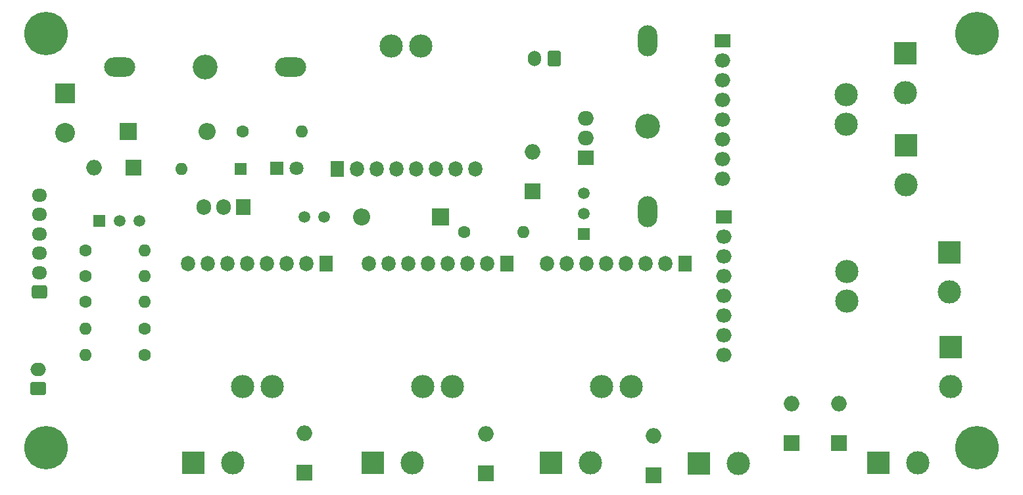
<source format=gts>
G04 #@! TF.GenerationSoftware,KiCad,Pcbnew,(5.99.0-10988-gd8b1e827c7)*
G04 #@! TF.CreationDate,2021-11-29T13:02:15+01:00*
G04 #@! TF.ProjectId,charge_pcb,63686172-6765-45f7-9063-622e6b696361,rev?*
G04 #@! TF.SameCoordinates,Original*
G04 #@! TF.FileFunction,Soldermask,Top*
G04 #@! TF.FilePolarity,Negative*
%FSLAX46Y46*%
G04 Gerber Fmt 4.6, Leading zero omitted, Abs format (unit mm)*
G04 Created by KiCad (PCBNEW (5.99.0-10988-gd8b1e827c7)) date 2021-11-29 13:02:15*
%MOMM*%
%LPD*%
G01*
G04 APERTURE LIST*
G04 Aperture macros list*
%AMRoundRect*
0 Rectangle with rounded corners*
0 $1 Rounding radius*
0 $2 $3 $4 $5 $6 $7 $8 $9 X,Y pos of 4 corners*
0 Add a 4 corners polygon primitive as box body*
4,1,4,$2,$3,$4,$5,$6,$7,$8,$9,$2,$3,0*
0 Add four circle primitives for the rounded corners*
1,1,$1+$1,$2,$3*
1,1,$1+$1,$4,$5*
1,1,$1+$1,$6,$7*
1,1,$1+$1,$8,$9*
0 Add four rect primitives between the rounded corners*
20,1,$1+$1,$2,$3,$4,$5,0*
20,1,$1+$1,$4,$5,$6,$7,0*
20,1,$1+$1,$6,$7,$8,$9,0*
20,1,$1+$1,$8,$9,$2,$3,0*%
G04 Aperture macros list end*
%ADD10O,2.200000X2.200000*%
%ADD11R,2.200000X2.200000*%
%ADD12O,2.000000X2.000000*%
%ADD13R,2.000000X2.000000*%
%ADD14C,3.000000*%
%ADD15R,3.000000X3.000000*%
%ADD16C,3.200000*%
%ADD17O,2.499360X4.000500*%
%ADD18O,2.000000X1.800000*%
%ADD19O,3.000000X3.000000*%
%ADD20R,2.000000X1.800000*%
%ADD21O,1.800000X2.000000*%
%ADD22R,1.800000X2.000000*%
%ADD23O,1.950000X1.700000*%
%ADD24RoundRect,0.250000X0.725000X-0.600000X0.725000X0.600000X-0.725000X0.600000X-0.725000X-0.600000X0*%
%ADD25O,2.000000X1.700000*%
%ADD26RoundRect,0.250000X0.750000X-0.600000X0.750000X0.600000X-0.750000X0.600000X-0.750000X-0.600000X0*%
%ADD27C,5.600000*%
%ADD28C,3.600000*%
%ADD29O,1.600000X1.600000*%
%ADD30C,1.600000*%
%ADD31O,1.905000X2.000000*%
%ADD32R,1.905000X2.000000*%
%ADD33O,2.000000X1.905000*%
%ADD34R,2.000000X1.905000*%
%ADD35O,1.700000X2.000000*%
%ADD36RoundRect,0.250000X0.600000X0.750000X-0.600000X0.750000X-0.600000X-0.750000X0.600000X-0.750000X0*%
%ADD37C,1.800000*%
%ADD38R,1.800000X1.800000*%
%ADD39R,1.500000X1.500000*%
%ADD40C,1.500000*%
%ADD41O,4.000500X2.499360*%
%ADD42R,1.600000X1.600000*%
%ADD43C,1.501140*%
%ADD44C,2.540000*%
%ADD45R,2.540000X2.540000*%
G04 APERTURE END LIST*
D10*
X129921000Y-88519000D03*
D11*
X140081000Y-88519000D03*
D10*
X109982000Y-77470000D03*
D11*
X99822000Y-77470000D03*
D12*
X151892000Y-80137000D03*
D13*
X151892000Y-85217000D03*
D14*
X113284000Y-120142000D03*
D15*
X108204000Y-120142000D03*
D16*
X166751000Y-76835000D03*
D17*
X166751000Y-65834260D03*
X166751000Y-87835740D03*
D12*
X185293000Y-112522000D03*
D13*
X185293000Y-117602000D03*
D12*
X167513000Y-116713000D03*
D13*
X167513000Y-121793000D03*
D12*
X145923000Y-116459000D03*
D13*
X145923000Y-121539000D03*
D12*
X122555000Y-116332000D03*
D13*
X122555000Y-121412000D03*
D18*
X176530000Y-106299000D03*
D19*
X192405000Y-95504000D03*
D18*
X176530000Y-103759000D03*
D19*
X192405000Y-99314000D03*
D18*
X176530000Y-101219000D03*
X176530000Y-98679000D03*
X176530000Y-96139000D03*
X176530000Y-93599000D03*
X176530000Y-91059000D03*
D20*
X176530000Y-88519000D03*
D21*
X153797000Y-94488000D03*
D19*
X164592000Y-110363000D03*
D21*
X156337000Y-94488000D03*
D19*
X160782000Y-110363000D03*
D21*
X158877000Y-94488000D03*
X161417000Y-94488000D03*
X163957000Y-94488000D03*
X166497000Y-94488000D03*
X169037000Y-94488000D03*
D22*
X171577000Y-94488000D03*
D21*
X130810000Y-94488000D03*
D19*
X141605000Y-110363000D03*
D21*
X133350000Y-94488000D03*
D19*
X137795000Y-110363000D03*
D21*
X135890000Y-94488000D03*
X138430000Y-94488000D03*
X140970000Y-94488000D03*
X143510000Y-94488000D03*
X146050000Y-94488000D03*
D22*
X148590000Y-94488000D03*
D21*
X107569000Y-94488000D03*
D19*
X118364000Y-110363000D03*
D21*
X110109000Y-94488000D03*
D19*
X114554000Y-110363000D03*
D21*
X112649000Y-94488000D03*
X115189000Y-94488000D03*
X117729000Y-94488000D03*
X120269000Y-94488000D03*
X122809000Y-94488000D03*
D22*
X125349000Y-94488000D03*
D18*
X176403000Y-83566000D03*
D19*
X192278000Y-72771000D03*
D18*
X176403000Y-81026000D03*
D19*
X192278000Y-76581000D03*
D18*
X176403000Y-78486000D03*
X176403000Y-75946000D03*
X176403000Y-73406000D03*
X176403000Y-70866000D03*
X176403000Y-68326000D03*
D20*
X176403000Y-65786000D03*
D14*
X199923000Y-72517000D03*
D15*
X199923000Y-67437000D03*
D14*
X200025000Y-84328000D03*
D15*
X200025000Y-79248000D03*
D14*
X201549000Y-120142000D03*
D15*
X196469000Y-120142000D03*
D14*
X178435000Y-120269000D03*
D15*
X173355000Y-120269000D03*
D14*
X159385000Y-120142000D03*
D15*
X154305000Y-120142000D03*
D14*
X136398000Y-120142000D03*
D15*
X131318000Y-120142000D03*
D23*
X88392000Y-85671000D03*
X88392000Y-88171000D03*
X88392000Y-90671000D03*
X88392000Y-93171000D03*
X88392000Y-95671000D03*
D24*
X88392000Y-98171000D03*
D25*
X88265000Y-108117000D03*
D26*
X88265000Y-110617000D03*
D12*
X191389000Y-112522000D03*
D13*
X191389000Y-117602000D03*
D21*
X144526000Y-82321400D03*
D19*
X133731000Y-66446400D03*
D21*
X141986000Y-82321400D03*
D19*
X137541000Y-66446400D03*
D21*
X139446000Y-82321400D03*
X136906000Y-82321400D03*
X134366000Y-82321400D03*
X131826000Y-82321400D03*
X129286000Y-82321400D03*
D22*
X126746000Y-82321400D03*
D27*
X209169000Y-64897000D03*
D28*
X209169000Y-64897000D03*
D27*
X89289000Y-118237000D03*
D28*
X89289000Y-118237000D03*
D27*
X209169000Y-118237000D03*
D28*
X209169000Y-118237000D03*
D27*
X89289000Y-64897000D03*
D28*
X89289000Y-64897000D03*
D29*
X101981000Y-99441000D03*
D30*
X94361000Y-99441000D03*
D14*
X205613000Y-98171000D03*
D15*
X205613000Y-93091000D03*
D14*
X205740000Y-110363000D03*
D15*
X205740000Y-105283000D03*
D31*
X109601000Y-87249000D03*
X112141000Y-87249000D03*
D32*
X114681000Y-87249000D03*
D33*
X158750000Y-75819000D03*
X158750000Y-78359000D03*
D34*
X158750000Y-80899000D03*
D29*
X101981000Y-96139000D03*
D30*
X94361000Y-96139000D03*
D35*
X152186000Y-68072000D03*
D36*
X154686000Y-68072000D03*
D37*
X121499000Y-82267000D03*
D38*
X118959000Y-82267000D03*
D29*
X122174000Y-77470000D03*
D30*
X114554000Y-77470000D03*
D29*
X150749000Y-90424000D03*
D30*
X143129000Y-90424000D03*
D29*
X101981000Y-92837000D03*
D30*
X94361000Y-92837000D03*
D29*
X94361000Y-106299000D03*
D30*
X101981000Y-106299000D03*
D29*
X94361000Y-102870000D03*
D30*
X101981000Y-102870000D03*
D39*
X158496000Y-90678000D03*
D40*
X158496000Y-85478000D03*
X158496000Y-88078000D03*
D39*
X96139000Y-89027000D03*
D40*
X101339000Y-89027000D03*
X98739000Y-89027000D03*
D16*
X109749000Y-69167000D03*
D41*
X98748260Y-69167000D03*
X120749740Y-69167000D03*
D29*
X106699000Y-82307000D03*
D42*
X114319000Y-82307000D03*
D12*
X95459000Y-82187000D03*
D13*
X100539000Y-82187000D03*
D43*
X125095000Y-88519000D03*
X122555000Y-88519000D03*
D44*
X91769000Y-77647000D03*
D45*
X91769000Y-72567000D03*
M02*

</source>
